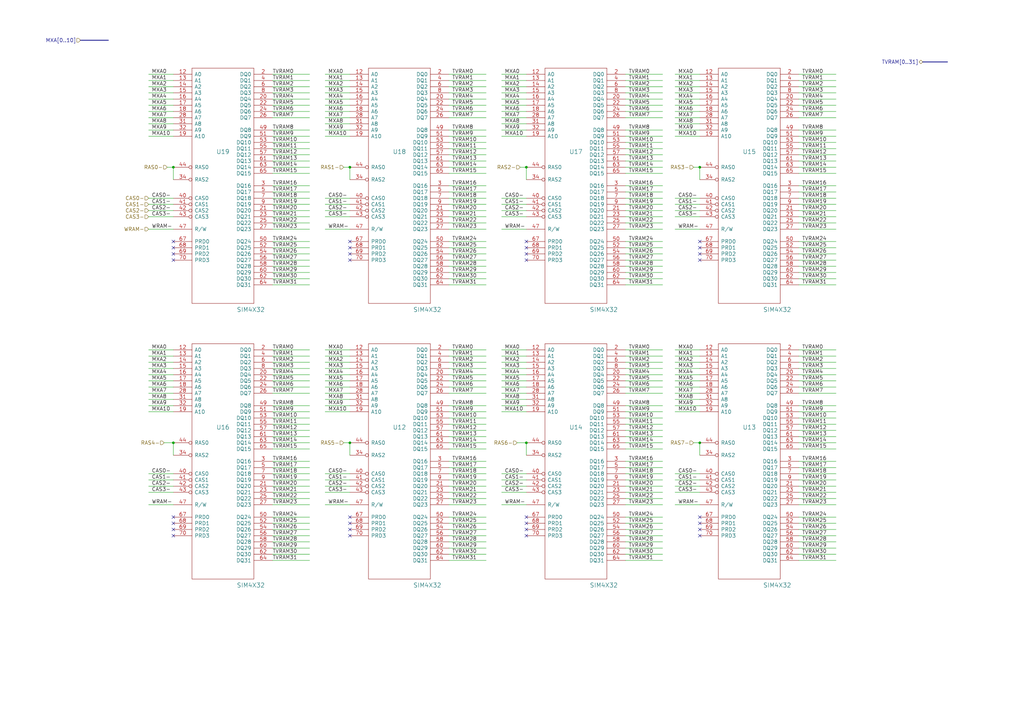
<source format=kicad_sch>
(kicad_sch (version 20210406) (generator eeschema)
  (paper "A3")
  (title_block (title "Kicad EDA") (date "Sun 22 Mar 2015") (rev "2.0B") (company "Kicad EDA") (comment 1 "Rams Video"))
  (junction (at 71.12 68.58) (diameter 0.9144))
  (junction (at 71.12 181.61) (diameter 0.9144))
  (junction (at 143.51 68.58) (diameter 0.9144))
  (junction (at 143.51 181.61) (diameter 0.9144))
  (junction (at 215.9 68.58) (diameter 0.9144))
  (junction (at 215.9 181.61) (diameter 0.9144))
  (junction (at 287.02 68.58) (diameter 0.9144))
  (junction (at 287.02 181.61) (diameter 0.9144))
  (no_connect (at 71.12 99.06))
  (no_connect (at 71.12 101.6))
  (no_connect (at 71.12 104.14))
  (no_connect (at 71.12 106.68))
  (no_connect (at 71.12 212.09))
  (no_connect (at 71.12 214.63))
  (no_connect (at 71.12 217.17))
  (no_connect (at 71.12 219.71))
  (no_connect (at 143.51 99.06))
  (no_connect (at 143.51 101.6))
  (no_connect (at 143.51 104.14))
  (no_connect (at 143.51 106.68))
  (no_connect (at 143.51 212.09))
  (no_connect (at 143.51 214.63))
  (no_connect (at 143.51 217.17))
  (no_connect (at 143.51 219.71))
  (no_connect (at 215.9 99.06))
  (no_connect (at 215.9 101.6))
  (no_connect (at 215.9 104.14))
  (no_connect (at 215.9 106.68))
  (no_connect (at 215.9 212.09))
  (no_connect (at 215.9 214.63))
  (no_connect (at 215.9 217.17))
  (no_connect (at 215.9 219.71))
  (no_connect (at 287.02 99.06))
  (no_connect (at 287.02 101.6))
  (no_connect (at 287.02 104.14))
  (no_connect (at 287.02 106.68))
  (no_connect (at 287.02 212.09))
  (no_connect (at 287.02 214.63))
  (no_connect (at 287.02 217.17))
  (no_connect (at 287.02 219.71))
  (wire (pts (xy 67.31 181.61) (xy 71.12 181.61)))
  (wire (pts (xy 68.58 68.58) (xy 71.12 68.58)))
  (wire (pts (xy 71.12 30.48) (xy 60.96 30.48)))
  (wire (pts (xy 71.12 33.02) (xy 60.96 33.02)))
  (wire (pts (xy 71.12 35.56) (xy 60.96 35.56)))
  (wire (pts (xy 71.12 38.1) (xy 60.96 38.1)))
  (wire (pts (xy 71.12 40.64) (xy 60.96 40.64)))
  (wire (pts (xy 71.12 43.18) (xy 60.96 43.18)))
  (wire (pts (xy 71.12 45.72) (xy 60.96 45.72)))
  (wire (pts (xy 71.12 48.26) (xy 60.96 48.26)))
  (wire (pts (xy 71.12 50.8) (xy 60.96 50.8)))
  (wire (pts (xy 71.12 53.34) (xy 60.96 53.34)))
  (wire (pts (xy 71.12 55.88) (xy 60.96 55.88)))
  (wire (pts (xy 71.12 68.58) (xy 71.12 73.66)))
  (wire (pts (xy 71.12 81.28) (xy 60.96 81.28)))
  (wire (pts (xy 71.12 83.82) (xy 60.96 83.82)))
  (wire (pts (xy 71.12 86.36) (xy 60.96 86.36)))
  (wire (pts (xy 71.12 88.9) (xy 60.96 88.9)))
  (wire (pts (xy 71.12 93.98) (xy 60.96 93.98)))
  (wire (pts (xy 71.12 143.51) (xy 60.96 143.51)))
  (wire (pts (xy 71.12 146.05) (xy 60.96 146.05)))
  (wire (pts (xy 71.12 148.59) (xy 60.96 148.59)))
  (wire (pts (xy 71.12 151.13) (xy 60.96 151.13)))
  (wire (pts (xy 71.12 153.67) (xy 60.96 153.67)))
  (wire (pts (xy 71.12 156.21) (xy 60.96 156.21)))
  (wire (pts (xy 71.12 158.75) (xy 60.96 158.75)))
  (wire (pts (xy 71.12 161.29) (xy 60.96 161.29)))
  (wire (pts (xy 71.12 163.83) (xy 60.96 163.83)))
  (wire (pts (xy 71.12 166.37) (xy 60.96 166.37)))
  (wire (pts (xy 71.12 168.91) (xy 60.96 168.91)))
  (wire (pts (xy 71.12 181.61) (xy 71.12 186.69)))
  (wire (pts (xy 71.12 194.31) (xy 60.96 194.31)))
  (wire (pts (xy 71.12 196.85) (xy 60.96 196.85)))
  (wire (pts (xy 71.12 199.39) (xy 60.96 199.39)))
  (wire (pts (xy 71.12 201.93) (xy 60.96 201.93)))
  (wire (pts (xy 71.12 207.01) (xy 60.96 207.01)))
  (wire (pts (xy 111.76 30.48) (xy 127 30.48)))
  (wire (pts (xy 111.76 33.02) (xy 127 33.02)))
  (wire (pts (xy 111.76 35.56) (xy 127 35.56)))
  (wire (pts (xy 111.76 38.1) (xy 127 38.1)))
  (wire (pts (xy 111.76 40.64) (xy 127 40.64)))
  (wire (pts (xy 111.76 43.18) (xy 127 43.18)))
  (wire (pts (xy 111.76 45.72) (xy 127 45.72)))
  (wire (pts (xy 111.76 48.26) (xy 127 48.26)))
  (wire (pts (xy 111.76 53.34) (xy 127 53.34)))
  (wire (pts (xy 111.76 55.88) (xy 127 55.88)))
  (wire (pts (xy 111.76 58.42) (xy 127 58.42)))
  (wire (pts (xy 111.76 60.96) (xy 127 60.96)))
  (wire (pts (xy 111.76 63.5) (xy 127 63.5)))
  (wire (pts (xy 111.76 66.04) (xy 127 66.04)))
  (wire (pts (xy 111.76 68.58) (xy 127 68.58)))
  (wire (pts (xy 111.76 71.12) (xy 127 71.12)))
  (wire (pts (xy 111.76 76.2) (xy 127 76.2)))
  (wire (pts (xy 111.76 78.74) (xy 127 78.74)))
  (wire (pts (xy 111.76 81.28) (xy 127 81.28)))
  (wire (pts (xy 111.76 83.82) (xy 127 83.82)))
  (wire (pts (xy 111.76 86.36) (xy 127 86.36)))
  (wire (pts (xy 111.76 88.9) (xy 127 88.9)))
  (wire (pts (xy 111.76 91.44) (xy 127 91.44)))
  (wire (pts (xy 111.76 93.98) (xy 127 93.98)))
  (wire (pts (xy 111.76 99.06) (xy 127 99.06)))
  (wire (pts (xy 111.76 101.6) (xy 127 101.6)))
  (wire (pts (xy 111.76 104.14) (xy 127 104.14)))
  (wire (pts (xy 111.76 106.68) (xy 127 106.68)))
  (wire (pts (xy 111.76 109.22) (xy 127 109.22)))
  (wire (pts (xy 111.76 111.76) (xy 127 111.76)))
  (wire (pts (xy 111.76 114.3) (xy 127 114.3)))
  (wire (pts (xy 111.76 116.84) (xy 127 116.84)))
  (wire (pts (xy 111.76 143.51) (xy 127 143.51)))
  (wire (pts (xy 111.76 146.05) (xy 127 146.05)))
  (wire (pts (xy 111.76 148.59) (xy 127 148.59)))
  (wire (pts (xy 111.76 151.13) (xy 127 151.13)))
  (wire (pts (xy 111.76 153.67) (xy 127 153.67)))
  (wire (pts (xy 111.76 156.21) (xy 127 156.21)))
  (wire (pts (xy 111.76 158.75) (xy 127 158.75)))
  (wire (pts (xy 111.76 161.29) (xy 127 161.29)))
  (wire (pts (xy 111.76 166.37) (xy 127 166.37)))
  (wire (pts (xy 111.76 168.91) (xy 127 168.91)))
  (wire (pts (xy 111.76 171.45) (xy 127 171.45)))
  (wire (pts (xy 111.76 173.99) (xy 127 173.99)))
  (wire (pts (xy 111.76 176.53) (xy 127 176.53)))
  (wire (pts (xy 111.76 179.07) (xy 127 179.07)))
  (wire (pts (xy 111.76 181.61) (xy 127 181.61)))
  (wire (pts (xy 111.76 184.15) (xy 127 184.15)))
  (wire (pts (xy 111.76 189.23) (xy 127 189.23)))
  (wire (pts (xy 111.76 191.77) (xy 127 191.77)))
  (wire (pts (xy 111.76 194.31) (xy 127 194.31)))
  (wire (pts (xy 111.76 196.85) (xy 127 196.85)))
  (wire (pts (xy 111.76 199.39) (xy 127 199.39)))
  (wire (pts (xy 111.76 201.93) (xy 127 201.93)))
  (wire (pts (xy 111.76 204.47) (xy 127 204.47)))
  (wire (pts (xy 111.76 207.01) (xy 127 207.01)))
  (wire (pts (xy 111.76 212.09) (xy 127 212.09)))
  (wire (pts (xy 111.76 214.63) (xy 127 214.63)))
  (wire (pts (xy 111.76 217.17) (xy 127 217.17)))
  (wire (pts (xy 111.76 219.71) (xy 127 219.71)))
  (wire (pts (xy 111.76 222.25) (xy 127 222.25)))
  (wire (pts (xy 111.76 224.79) (xy 127 224.79)))
  (wire (pts (xy 111.76 227.33) (xy 127 227.33)))
  (wire (pts (xy 111.76 229.87) (xy 127 229.87)))
  (wire (pts (xy 140.97 68.58) (xy 143.51 68.58)))
  (wire (pts (xy 140.97 181.61) (xy 143.51 181.61)))
  (wire (pts (xy 143.51 30.48) (xy 133.35 30.48)))
  (wire (pts (xy 143.51 33.02) (xy 133.35 33.02)))
  (wire (pts (xy 143.51 35.56) (xy 133.35 35.56)))
  (wire (pts (xy 143.51 38.1) (xy 133.35 38.1)))
  (wire (pts (xy 143.51 40.64) (xy 133.35 40.64)))
  (wire (pts (xy 143.51 43.18) (xy 133.35 43.18)))
  (wire (pts (xy 143.51 45.72) (xy 133.35 45.72)))
  (wire (pts (xy 143.51 48.26) (xy 133.35 48.26)))
  (wire (pts (xy 143.51 50.8) (xy 133.35 50.8)))
  (wire (pts (xy 143.51 53.34) (xy 133.35 53.34)))
  (wire (pts (xy 143.51 55.88) (xy 133.35 55.88)))
  (wire (pts (xy 143.51 68.58) (xy 143.51 73.66)))
  (wire (pts (xy 143.51 81.28) (xy 133.35 81.28)))
  (wire (pts (xy 143.51 83.82) (xy 133.35 83.82)))
  (wire (pts (xy 143.51 86.36) (xy 133.35 86.36)))
  (wire (pts (xy 143.51 88.9) (xy 133.35 88.9)))
  (wire (pts (xy 143.51 93.98) (xy 133.35 93.98)))
  (wire (pts (xy 143.51 143.51) (xy 133.35 143.51)))
  (wire (pts (xy 143.51 146.05) (xy 133.35 146.05)))
  (wire (pts (xy 143.51 148.59) (xy 133.35 148.59)))
  (wire (pts (xy 143.51 151.13) (xy 133.35 151.13)))
  (wire (pts (xy 143.51 153.67) (xy 133.35 153.67)))
  (wire (pts (xy 143.51 156.21) (xy 133.35 156.21)))
  (wire (pts (xy 143.51 158.75) (xy 133.35 158.75)))
  (wire (pts (xy 143.51 161.29) (xy 133.35 161.29)))
  (wire (pts (xy 143.51 163.83) (xy 133.35 163.83)))
  (wire (pts (xy 143.51 166.37) (xy 133.35 166.37)))
  (wire (pts (xy 143.51 168.91) (xy 133.35 168.91)))
  (wire (pts (xy 143.51 181.61) (xy 143.51 186.69)))
  (wire (pts (xy 143.51 194.31) (xy 133.35 194.31)))
  (wire (pts (xy 143.51 196.85) (xy 133.35 196.85)))
  (wire (pts (xy 143.51 199.39) (xy 133.35 199.39)))
  (wire (pts (xy 143.51 201.93) (xy 133.35 201.93)))
  (wire (pts (xy 143.51 207.01) (xy 133.35 207.01)))
  (wire (pts (xy 184.15 30.48) (xy 199.39 30.48)))
  (wire (pts (xy 184.15 33.02) (xy 199.39 33.02)))
  (wire (pts (xy 184.15 35.56) (xy 199.39 35.56)))
  (wire (pts (xy 184.15 38.1) (xy 199.39 38.1)))
  (wire (pts (xy 184.15 40.64) (xy 199.39 40.64)))
  (wire (pts (xy 184.15 43.18) (xy 199.39 43.18)))
  (wire (pts (xy 184.15 45.72) (xy 199.39 45.72)))
  (wire (pts (xy 184.15 48.26) (xy 199.39 48.26)))
  (wire (pts (xy 184.15 53.34) (xy 199.39 53.34)))
  (wire (pts (xy 184.15 55.88) (xy 199.39 55.88)))
  (wire (pts (xy 184.15 58.42) (xy 199.39 58.42)))
  (wire (pts (xy 184.15 60.96) (xy 199.39 60.96)))
  (wire (pts (xy 184.15 63.5) (xy 199.39 63.5)))
  (wire (pts (xy 184.15 66.04) (xy 199.39 66.04)))
  (wire (pts (xy 184.15 68.58) (xy 199.39 68.58)))
  (wire (pts (xy 184.15 71.12) (xy 199.39 71.12)))
  (wire (pts (xy 184.15 76.2) (xy 199.39 76.2)))
  (wire (pts (xy 184.15 78.74) (xy 199.39 78.74)))
  (wire (pts (xy 184.15 81.28) (xy 199.39 81.28)))
  (wire (pts (xy 184.15 83.82) (xy 199.39 83.82)))
  (wire (pts (xy 184.15 86.36) (xy 199.39 86.36)))
  (wire (pts (xy 184.15 88.9) (xy 199.39 88.9)))
  (wire (pts (xy 184.15 91.44) (xy 199.39 91.44)))
  (wire (pts (xy 184.15 93.98) (xy 199.39 93.98)))
  (wire (pts (xy 184.15 99.06) (xy 199.39 99.06)))
  (wire (pts (xy 184.15 101.6) (xy 199.39 101.6)))
  (wire (pts (xy 184.15 104.14) (xy 199.39 104.14)))
  (wire (pts (xy 184.15 106.68) (xy 199.39 106.68)))
  (wire (pts (xy 184.15 109.22) (xy 199.39 109.22)))
  (wire (pts (xy 184.15 111.76) (xy 199.39 111.76)))
  (wire (pts (xy 184.15 114.3) (xy 199.39 114.3)))
  (wire (pts (xy 184.15 116.84) (xy 199.39 116.84)))
  (wire (pts (xy 184.15 143.51) (xy 199.39 143.51)))
  (wire (pts (xy 184.15 146.05) (xy 199.39 146.05)))
  (wire (pts (xy 184.15 148.59) (xy 199.39 148.59)))
  (wire (pts (xy 184.15 151.13) (xy 199.39 151.13)))
  (wire (pts (xy 184.15 153.67) (xy 199.39 153.67)))
  (wire (pts (xy 184.15 156.21) (xy 199.39 156.21)))
  (wire (pts (xy 184.15 158.75) (xy 199.39 158.75)))
  (wire (pts (xy 184.15 161.29) (xy 199.39 161.29)))
  (wire (pts (xy 184.15 166.37) (xy 199.39 166.37)))
  (wire (pts (xy 184.15 168.91) (xy 199.39 168.91)))
  (wire (pts (xy 184.15 171.45) (xy 199.39 171.45)))
  (wire (pts (xy 184.15 173.99) (xy 199.39 173.99)))
  (wire (pts (xy 184.15 176.53) (xy 199.39 176.53)))
  (wire (pts (xy 184.15 179.07) (xy 199.39 179.07)))
  (wire (pts (xy 184.15 181.61) (xy 199.39 181.61)))
  (wire (pts (xy 184.15 184.15) (xy 199.39 184.15)))
  (wire (pts (xy 184.15 189.23) (xy 199.39 189.23)))
  (wire (pts (xy 184.15 191.77) (xy 199.39 191.77)))
  (wire (pts (xy 184.15 194.31) (xy 199.39 194.31)))
  (wire (pts (xy 184.15 196.85) (xy 199.39 196.85)))
  (wire (pts (xy 184.15 199.39) (xy 199.39 199.39)))
  (wire (pts (xy 184.15 201.93) (xy 199.39 201.93)))
  (wire (pts (xy 184.15 204.47) (xy 199.39 204.47)))
  (wire (pts (xy 184.15 207.01) (xy 199.39 207.01)))
  (wire (pts (xy 184.15 212.09) (xy 199.39 212.09)))
  (wire (pts (xy 184.15 214.63) (xy 199.39 214.63)))
  (wire (pts (xy 184.15 217.17) (xy 199.39 217.17)))
  (wire (pts (xy 184.15 219.71) (xy 199.39 219.71)))
  (wire (pts (xy 184.15 222.25) (xy 199.39 222.25)))
  (wire (pts (xy 184.15 224.79) (xy 199.39 224.79)))
  (wire (pts (xy 184.15 227.33) (xy 199.39 227.33)))
  (wire (pts (xy 184.15 229.87) (xy 199.39 229.87)))
  (wire (pts (xy 212.09 181.61) (xy 215.9 181.61)))
  (wire (pts (xy 213.36 68.58) (xy 215.9 68.58)))
  (wire (pts (xy 215.9 30.48) (xy 205.74 30.48)))
  (wire (pts (xy 215.9 33.02) (xy 205.74 33.02)))
  (wire (pts (xy 215.9 35.56) (xy 205.74 35.56)))
  (wire (pts (xy 215.9 38.1) (xy 205.74 38.1)))
  (wire (pts (xy 215.9 40.64) (xy 205.74 40.64)))
  (wire (pts (xy 215.9 43.18) (xy 205.74 43.18)))
  (wire (pts (xy 215.9 45.72) (xy 205.74 45.72)))
  (wire (pts (xy 215.9 48.26) (xy 205.74 48.26)))
  (wire (pts (xy 215.9 50.8) (xy 205.74 50.8)))
  (wire (pts (xy 215.9 53.34) (xy 205.74 53.34)))
  (wire (pts (xy 215.9 55.88) (xy 205.74 55.88)))
  (wire (pts (xy 215.9 68.58) (xy 215.9 73.66)))
  (wire (pts (xy 215.9 81.28) (xy 205.74 81.28)))
  (wire (pts (xy 215.9 83.82) (xy 205.74 83.82)))
  (wire (pts (xy 215.9 86.36) (xy 205.74 86.36)))
  (wire (pts (xy 215.9 88.9) (xy 205.74 88.9)))
  (wire (pts (xy 215.9 93.98) (xy 205.74 93.98)))
  (wire (pts (xy 215.9 143.51) (xy 205.74 143.51)))
  (wire (pts (xy 215.9 146.05) (xy 205.74 146.05)))
  (wire (pts (xy 215.9 148.59) (xy 205.74 148.59)))
  (wire (pts (xy 215.9 151.13) (xy 205.74 151.13)))
  (wire (pts (xy 215.9 153.67) (xy 205.74 153.67)))
  (wire (pts (xy 215.9 156.21) (xy 205.74 156.21)))
  (wire (pts (xy 215.9 158.75) (xy 205.74 158.75)))
  (wire (pts (xy 215.9 161.29) (xy 205.74 161.29)))
  (wire (pts (xy 215.9 163.83) (xy 205.74 163.83)))
  (wire (pts (xy 215.9 166.37) (xy 205.74 166.37)))
  (wire (pts (xy 215.9 168.91) (xy 205.74 168.91)))
  (wire (pts (xy 215.9 181.61) (xy 215.9 186.69)))
  (wire (pts (xy 215.9 194.31) (xy 205.74 194.31)))
  (wire (pts (xy 215.9 196.85) (xy 205.74 196.85)))
  (wire (pts (xy 215.9 199.39) (xy 205.74 199.39)))
  (wire (pts (xy 215.9 201.93) (xy 205.74 201.93)))
  (wire (pts (xy 215.9 207.01) (xy 205.74 207.01)))
  (wire (pts (xy 256.54 30.48) (xy 271.78 30.48)))
  (wire (pts (xy 256.54 33.02) (xy 271.78 33.02)))
  (wire (pts (xy 256.54 35.56) (xy 271.78 35.56)))
  (wire (pts (xy 256.54 38.1) (xy 271.78 38.1)))
  (wire (pts (xy 256.54 40.64) (xy 271.78 40.64)))
  (wire (pts (xy 256.54 43.18) (xy 271.78 43.18)))
  (wire (pts (xy 256.54 45.72) (xy 271.78 45.72)))
  (wire (pts (xy 256.54 48.26) (xy 271.78 48.26)))
  (wire (pts (xy 256.54 53.34) (xy 271.78 53.34)))
  (wire (pts (xy 256.54 55.88) (xy 271.78 55.88)))
  (wire (pts (xy 256.54 58.42) (xy 271.78 58.42)))
  (wire (pts (xy 256.54 60.96) (xy 271.78 60.96)))
  (wire (pts (xy 256.54 63.5) (xy 271.78 63.5)))
  (wire (pts (xy 256.54 66.04) (xy 271.78 66.04)))
  (wire (pts (xy 256.54 68.58) (xy 271.78 68.58)))
  (wire (pts (xy 256.54 71.12) (xy 271.78 71.12)))
  (wire (pts (xy 256.54 76.2) (xy 271.78 76.2)))
  (wire (pts (xy 256.54 78.74) (xy 271.78 78.74)))
  (wire (pts (xy 256.54 81.28) (xy 271.78 81.28)))
  (wire (pts (xy 256.54 83.82) (xy 271.78 83.82)))
  (wire (pts (xy 256.54 86.36) (xy 271.78 86.36)))
  (wire (pts (xy 256.54 88.9) (xy 271.78 88.9)))
  (wire (pts (xy 256.54 91.44) (xy 271.78 91.44)))
  (wire (pts (xy 256.54 93.98) (xy 271.78 93.98)))
  (wire (pts (xy 256.54 99.06) (xy 271.78 99.06)))
  (wire (pts (xy 256.54 101.6) (xy 271.78 101.6)))
  (wire (pts (xy 256.54 104.14) (xy 271.78 104.14)))
  (wire (pts (xy 256.54 106.68) (xy 271.78 106.68)))
  (wire (pts (xy 256.54 109.22) (xy 271.78 109.22)))
  (wire (pts (xy 256.54 111.76) (xy 271.78 111.76)))
  (wire (pts (xy 256.54 114.3) (xy 271.78 114.3)))
  (wire (pts (xy 256.54 116.84) (xy 271.78 116.84)))
  (wire (pts (xy 256.54 143.51) (xy 271.78 143.51)))
  (wire (pts (xy 256.54 146.05) (xy 271.78 146.05)))
  (wire (pts (xy 256.54 148.59) (xy 271.78 148.59)))
  (wire (pts (xy 256.54 151.13) (xy 271.78 151.13)))
  (wire (pts (xy 256.54 153.67) (xy 271.78 153.67)))
  (wire (pts (xy 256.54 156.21) (xy 271.78 156.21)))
  (wire (pts (xy 256.54 158.75) (xy 271.78 158.75)))
  (wire (pts (xy 256.54 161.29) (xy 271.78 161.29)))
  (wire (pts (xy 256.54 166.37) (xy 271.78 166.37)))
  (wire (pts (xy 256.54 168.91) (xy 271.78 168.91)))
  (wire (pts (xy 256.54 171.45) (xy 271.78 171.45)))
  (wire (pts (xy 256.54 173.99) (xy 271.78 173.99)))
  (wire (pts (xy 256.54 176.53) (xy 271.78 176.53)))
  (wire (pts (xy 256.54 179.07) (xy 271.78 179.07)))
  (wire (pts (xy 256.54 181.61) (xy 271.78 181.61)))
  (wire (pts (xy 256.54 184.15) (xy 271.78 184.15)))
  (wire (pts (xy 256.54 189.23) (xy 271.78 189.23)))
  (wire (pts (xy 256.54 191.77) (xy 271.78 191.77)))
  (wire (pts (xy 256.54 194.31) (xy 271.78 194.31)))
  (wire (pts (xy 256.54 196.85) (xy 271.78 196.85)))
  (wire (pts (xy 256.54 199.39) (xy 271.78 199.39)))
  (wire (pts (xy 256.54 201.93) (xy 271.78 201.93)))
  (wire (pts (xy 256.54 204.47) (xy 271.78 204.47)))
  (wire (pts (xy 256.54 207.01) (xy 271.78 207.01)))
  (wire (pts (xy 256.54 212.09) (xy 271.78 212.09)))
  (wire (pts (xy 256.54 214.63) (xy 271.78 214.63)))
  (wire (pts (xy 256.54 217.17) (xy 271.78 217.17)))
  (wire (pts (xy 256.54 219.71) (xy 271.78 219.71)))
  (wire (pts (xy 256.54 222.25) (xy 271.78 222.25)))
  (wire (pts (xy 256.54 224.79) (xy 271.78 224.79)))
  (wire (pts (xy 256.54 227.33) (xy 271.78 227.33)))
  (wire (pts (xy 256.54 229.87) (xy 271.78 229.87)))
  (wire (pts (xy 284.48 68.58) (xy 287.02 68.58)))
  (wire (pts (xy 284.48 181.61) (xy 287.02 181.61)))
  (wire (pts (xy 287.02 30.48) (xy 276.86 30.48)))
  (wire (pts (xy 287.02 33.02) (xy 276.86 33.02)))
  (wire (pts (xy 287.02 35.56) (xy 276.86 35.56)))
  (wire (pts (xy 287.02 38.1) (xy 276.86 38.1)))
  (wire (pts (xy 287.02 40.64) (xy 276.86 40.64)))
  (wire (pts (xy 287.02 43.18) (xy 276.86 43.18)))
  (wire (pts (xy 287.02 45.72) (xy 276.86 45.72)))
  (wire (pts (xy 287.02 48.26) (xy 276.86 48.26)))
  (wire (pts (xy 287.02 50.8) (xy 276.86 50.8)))
  (wire (pts (xy 287.02 53.34) (xy 276.86 53.34)))
  (wire (pts (xy 287.02 55.88) (xy 276.86 55.88)))
  (wire (pts (xy 287.02 68.58) (xy 287.02 73.66)))
  (wire (pts (xy 287.02 81.28) (xy 276.86 81.28)))
  (wire (pts (xy 287.02 83.82) (xy 276.86 83.82)))
  (wire (pts (xy 287.02 86.36) (xy 276.86 86.36)))
  (wire (pts (xy 287.02 88.9) (xy 276.86 88.9)))
  (wire (pts (xy 287.02 93.98) (xy 276.86 93.98)))
  (wire (pts (xy 287.02 143.51) (xy 276.86 143.51)))
  (wire (pts (xy 287.02 146.05) (xy 276.86 146.05)))
  (wire (pts (xy 287.02 148.59) (xy 276.86 148.59)))
  (wire (pts (xy 287.02 151.13) (xy 276.86 151.13)))
  (wire (pts (xy 287.02 153.67) (xy 276.86 153.67)))
  (wire (pts (xy 287.02 156.21) (xy 276.86 156.21)))
  (wire (pts (xy 287.02 158.75) (xy 276.86 158.75)))
  (wire (pts (xy 287.02 161.29) (xy 276.86 161.29)))
  (wire (pts (xy 287.02 163.83) (xy 276.86 163.83)))
  (wire (pts (xy 287.02 166.37) (xy 276.86 166.37)))
  (wire (pts (xy 287.02 168.91) (xy 276.86 168.91)))
  (wire (pts (xy 287.02 181.61) (xy 287.02 186.69)))
  (wire (pts (xy 287.02 194.31) (xy 276.86 194.31)))
  (wire (pts (xy 287.02 196.85) (xy 276.86 196.85)))
  (wire (pts (xy 287.02 199.39) (xy 276.86 199.39)))
  (wire (pts (xy 287.02 201.93) (xy 276.86 201.93)))
  (wire (pts (xy 287.02 207.01) (xy 276.86 207.01)))
  (wire (pts (xy 327.66 30.48) (xy 342.9 30.48)))
  (wire (pts (xy 327.66 33.02) (xy 342.9 33.02)))
  (wire (pts (xy 327.66 35.56) (xy 342.9 35.56)))
  (wire (pts (xy 327.66 38.1) (xy 342.9 38.1)))
  (wire (pts (xy 327.66 40.64) (xy 342.9 40.64)))
  (wire (pts (xy 327.66 43.18) (xy 342.9 43.18)))
  (wire (pts (xy 327.66 45.72) (xy 342.9 45.72)))
  (wire (pts (xy 327.66 48.26) (xy 342.9 48.26)))
  (wire (pts (xy 327.66 53.34) (xy 342.9 53.34)))
  (wire (pts (xy 327.66 55.88) (xy 342.9 55.88)))
  (wire (pts (xy 327.66 58.42) (xy 342.9 58.42)))
  (wire (pts (xy 327.66 60.96) (xy 342.9 60.96)))
  (wire (pts (xy 327.66 63.5) (xy 342.9 63.5)))
  (wire (pts (xy 327.66 66.04) (xy 342.9 66.04)))
  (wire (pts (xy 327.66 68.58) (xy 342.9 68.58)))
  (wire (pts (xy 327.66 71.12) (xy 342.9 71.12)))
  (wire (pts (xy 327.66 76.2) (xy 342.9 76.2)))
  (wire (pts (xy 327.66 78.74) (xy 342.9 78.74)))
  (wire (pts (xy 327.66 81.28) (xy 342.9 81.28)))
  (wire (pts (xy 327.66 83.82) (xy 342.9 83.82)))
  (wire (pts (xy 327.66 86.36) (xy 342.9 86.36)))
  (wire (pts (xy 327.66 88.9) (xy 342.9 88.9)))
  (wire (pts (xy 327.66 91.44) (xy 342.9 91.44)))
  (wire (pts (xy 327.66 93.98) (xy 342.9 93.98)))
  (wire (pts (xy 327.66 99.06) (xy 342.9 99.06)))
  (wire (pts (xy 327.66 101.6) (xy 342.9 101.6)))
  (wire (pts (xy 327.66 104.14) (xy 342.9 104.14)))
  (wire (pts (xy 327.66 106.68) (xy 342.9 106.68)))
  (wire (pts (xy 327.66 109.22) (xy 342.9 109.22)))
  (wire (pts (xy 327.66 111.76) (xy 342.9 111.76)))
  (wire (pts (xy 327.66 114.3) (xy 342.9 114.3)))
  (wire (pts (xy 327.66 116.84) (xy 342.9 116.84)))
  (wire (pts (xy 327.66 143.51) (xy 342.9 143.51)))
  (wire (pts (xy 327.66 146.05) (xy 342.9 146.05)))
  (wire (pts (xy 327.66 148.59) (xy 342.9 148.59)))
  (wire (pts (xy 327.66 151.13) (xy 342.9 151.13)))
  (wire (pts (xy 327.66 153.67) (xy 342.9 153.67)))
  (wire (pts (xy 327.66 156.21) (xy 342.9 156.21)))
  (wire (pts (xy 327.66 158.75) (xy 342.9 158.75)))
  (wire (pts (xy 327.66 161.29) (xy 342.9 161.29)))
  (wire (pts (xy 327.66 166.37) (xy 342.9 166.37)))
  (wire (pts (xy 327.66 168.91) (xy 342.9 168.91)))
  (wire (pts (xy 327.66 171.45) (xy 342.9 171.45)))
  (wire (pts (xy 327.66 173.99) (xy 342.9 173.99)))
  (wire (pts (xy 327.66 176.53) (xy 342.9 176.53)))
  (wire (pts (xy 327.66 179.07) (xy 342.9 179.07)))
  (wire (pts (xy 327.66 181.61) (xy 342.9 181.61)))
  (wire (pts (xy 327.66 184.15) (xy 342.9 184.15)))
  (wire (pts (xy 327.66 189.23) (xy 342.9 189.23)))
  (wire (pts (xy 327.66 191.77) (xy 342.9 191.77)))
  (wire (pts (xy 327.66 194.31) (xy 342.9 194.31)))
  (wire (pts (xy 327.66 196.85) (xy 342.9 196.85)))
  (wire (pts (xy 327.66 199.39) (xy 342.9 199.39)))
  (wire (pts (xy 327.66 201.93) (xy 342.9 201.93)))
  (wire (pts (xy 327.66 204.47) (xy 342.9 204.47)))
  (wire (pts (xy 327.66 207.01) (xy 342.9 207.01)))
  (wire (pts (xy 327.66 212.09) (xy 342.9 212.09)))
  (wire (pts (xy 327.66 214.63) (xy 342.9 214.63)))
  (wire (pts (xy 327.66 217.17) (xy 342.9 217.17)))
  (wire (pts (xy 327.66 219.71) (xy 342.9 219.71)))
  (wire (pts (xy 327.66 222.25) (xy 342.9 222.25)))
  (wire (pts (xy 327.66 224.79) (xy 342.9 224.79)))
  (wire (pts (xy 327.66 227.33) (xy 342.9 227.33)))
  (wire (pts (xy 327.66 229.87) (xy 342.9 229.87)))
  (bus (pts (xy 33.02 16.51) (xy 44.45 16.51)))
  (bus (pts (xy 378.46 25.4) (xy 388.62 25.4)))
  (label "MXA0" (at 62.23 30.48 0) (effects (font (size 1.524 1.524))))
  (label "MXA1" (at 62.23 33.02 0) (effects (font (size 1.524 1.524))))
  (label "MXA2" (at 62.23 35.56 0) (effects (font (size 1.524 1.524))))
  (label "MXA3" (at 62.23 38.1 0) (effects (font (size 1.524 1.524))))
  (label "MXA4" (at 62.23 40.64 0) (effects (font (size 1.524 1.524))))
  (label "MXA5" (at 62.23 43.18 0) (effects (font (size 1.524 1.524))))
  (label "MXA6" (at 62.23 45.72 0) (effects (font (size 1.524 1.524))))
  (label "MXA7" (at 62.23 48.26 0) (effects (font (size 1.524 1.524))))
  (label "MXA8" (at 62.23 50.8 0) (effects (font (size 1.524 1.524))))
  (label "MXA9" (at 62.23 53.34 0) (effects (font (size 1.524 1.524))))
  (label "MXA10" (at 62.23 55.88 0) (effects (font (size 1.524 1.524))))
  (label "CAS0-" (at 62.23 81.28 0) (effects (font (size 1.524 1.524))))
  (label "CAS1-" (at 62.23 83.82 0) (effects (font (size 1.524 1.524))))
  (label "CAS2-" (at 62.23 86.36 0) (effects (font (size 1.524 1.524))))
  (label "CAS3-" (at 62.23 88.9 0) (effects (font (size 1.524 1.524))))
  (label "WRAM-" (at 62.23 93.98 0) (effects (font (size 1.524 1.524))))
  (label "MXA0" (at 62.23 143.51 0) (effects (font (size 1.524 1.524))))
  (label "MXA1" (at 62.23 146.05 0) (effects (font (size 1.524 1.524))))
  (label "MXA2" (at 62.23 148.59 0) (effects (font (size 1.524 1.524))))
  (label "MXA3" (at 62.23 151.13 0) (effects (font (size 1.524 1.524))))
  (label "MXA4" (at 62.23 153.67 0) (effects (font (size 1.524 1.524))))
  (label "MXA5" (at 62.23 156.21 0) (effects (font (size 1.524 1.524))))
  (label "MXA6" (at 62.23 158.75 0) (effects (font (size 1.524 1.524))))
  (label "MXA7" (at 62.23 161.29 0) (effects (font (size 1.524 1.524))))
  (label "MXA8" (at 62.23 163.83 0) (effects (font (size 1.524 1.524))))
  (label "MXA9" (at 62.23 166.37 0) (effects (font (size 1.524 1.524))))
  (label "MXA10" (at 62.23 168.91 0) (effects (font (size 1.524 1.524))))
  (label "CAS0-" (at 62.23 194.31 0) (effects (font (size 1.524 1.524))))
  (label "CAS1-" (at 62.23 196.85 0) (effects (font (size 1.524 1.524))))
  (label "CAS2-" (at 62.23 199.39 0) (effects (font (size 1.524 1.524))))
  (label "CAS3-" (at 62.23 201.93 0) (effects (font (size 1.524 1.524))))
  (label "WRAM-" (at 62.23 207.01 0) (effects (font (size 1.524 1.524))))
  (label "TVRAM0" (at 111.76 30.48 0) (effects (font (size 1.524 1.524))))
  (label "TVRAM1" (at 111.76 33.02 0) (effects (font (size 1.524 1.524))))
  (label "TVRAM2" (at 111.76 35.56 0) (effects (font (size 1.524 1.524))))
  (label "TVRAM3" (at 111.76 38.1 0) (effects (font (size 1.524 1.524))))
  (label "TVRAM4" (at 111.76 40.64 0) (effects (font (size 1.524 1.524))))
  (label "TVRAM5" (at 111.76 43.18 0) (effects (font (size 1.524 1.524))))
  (label "TVRAM6" (at 111.76 45.72 0) (effects (font (size 1.524 1.524))))
  (label "TVRAM7" (at 111.76 48.26 0) (effects (font (size 1.524 1.524))))
  (label "TVRAM8" (at 111.76 53.34 0) (effects (font (size 1.524 1.524))))
  (label "TVRAM9" (at 111.76 55.88 0) (effects (font (size 1.524 1.524))))
  (label "TVRAM10" (at 111.76 58.42 0) (effects (font (size 1.524 1.524))))
  (label "TVRAM11" (at 111.76 60.96 0) (effects (font (size 1.524 1.524))))
  (label "TVRAM12" (at 111.76 63.5 0) (effects (font (size 1.524 1.524))))
  (label "TVRAM13" (at 111.76 66.04 0) (effects (font (size 1.524 1.524))))
  (label "TVRAM14" (at 111.76 68.58 0) (effects (font (size 1.524 1.524))))
  (label "TVRAM15" (at 111.76 71.12 0) (effects (font (size 1.524 1.524))))
  (label "TVRAM16" (at 111.76 76.2 0) (effects (font (size 1.524 1.524))))
  (label "TVRAM17" (at 111.76 78.74 0) (effects (font (size 1.524 1.524))))
  (label "TVRAM18" (at 111.76 81.28 0) (effects (font (size 1.524 1.524))))
  (label "TVRAM19" (at 111.76 83.82 0) (effects (font (size 1.524 1.524))))
  (label "TVRAM20" (at 111.76 86.36 0) (effects (font (size 1.524 1.524))))
  (label "TVRAM21" (at 111.76 88.9 0) (effects (font (size 1.524 1.524))))
  (label "TVRAM22" (at 111.76 91.44 0) (effects (font (size 1.524 1.524))))
  (label "TVRAM23" (at 111.76 93.98 0) (effects (font (size 1.524 1.524))))
  (label "TVRAM24" (at 111.76 99.06 0) (effects (font (size 1.524 1.524))))
  (label "TVRAM25" (at 111.76 101.6 0) (effects (font (size 1.524 1.524))))
  (label "TVRAM26" (at 111.76 104.14 0) (effects (font (size 1.524 1.524))))
  (label "TVRAM27" (at 111.76 106.68 0) (effects (font (size 1.524 1.524))))
  (label "TVRAM28" (at 111.76 109.22 0) (effects (font (size 1.524 1.524))))
  (label "TVRAM29" (at 111.76 111.76 0) (effects (font (size 1.524 1.524))))
  (label "TVRAM30" (at 111.76 114.3 0) (effects (font (size 1.524 1.524))))
  (label "TVRAM31" (at 111.76 116.84 0) (effects (font (size 1.524 1.524))))
  (label "TVRAM0" (at 111.76 143.51 0) (effects (font (size 1.524 1.524))))
  (label "TVRAM1" (at 111.76 146.05 0) (effects (font (size 1.524 1.524))))
  (label "TVRAM2" (at 111.76 148.59 0) (effects (font (size 1.524 1.524))))
  (label "TVRAM3" (at 111.76 151.13 0) (effects (font (size 1.524 1.524))))
  (label "TVRAM4" (at 111.76 153.67 0) (effects (font (size 1.524 1.524))))
  (label "TVRAM5" (at 111.76 156.21 0) (effects (font (size 1.524 1.524))))
  (label "TVRAM6" (at 111.76 158.75 0) (effects (font (size 1.524 1.524))))
  (label "TVRAM7" (at 111.76 161.29 0) (effects (font (size 1.524 1.524))))
  (label "TVRAM8" (at 111.76 166.37 0) (effects (font (size 1.524 1.524))))
  (label "TVRAM9" (at 111.76 168.91 0) (effects (font (size 1.524 1.524))))
  (label "TVRAM10" (at 111.76 171.45 0) (effects (font (size 1.524 1.524))))
  (label "TVRAM11" (at 111.76 173.99 0) (effects (font (size 1.524 1.524))))
  (label "TVRAM12" (at 111.76 176.53 0) (effects (font (size 1.524 1.524))))
  (label "TVRAM13" (at 111.76 179.07 0) (effects (font (size 1.524 1.524))))
  (label "TVRAM14" (at 111.76 181.61 0) (effects (font (size 1.524 1.524))))
  (label "TVRAM15" (at 111.76 184.15 0) (effects (font (size 1.524 1.524))))
  (label "TVRAM16" (at 111.76 189.23 0) (effects (font (size 1.524 1.524))))
  (label "TVRAM17" (at 111.76 191.77 0) (effects (font (size 1.524 1.524))))
  (label "TVRAM18" (at 111.76 194.31 0) (effects (font (size 1.524 1.524))))
  (label "TVRAM19" (at 111.76 196.85 0) (effects (font (size 1.524 1.524))))
  (label "TVRAM20" (at 111.76 199.39 0) (effects (font (size 1.524 1.524))))
  (label "TVRAM21" (at 111.76 201.93 0) (effects (font (size 1.524 1.524))))
  (label "TVRAM22" (at 111.76 204.47 0) (effects (font (size 1.524 1.524))))
  (label "TVRAM23" (at 111.76 207.01 0) (effects (font (size 1.524 1.524))))
  (label "TVRAM24" (at 111.76 212.09 0) (effects (font (size 1.524 1.524))))
  (label "TVRAM25" (at 111.76 214.63 0) (effects (font (size 1.524 1.524))))
  (label "TVRAM26" (at 111.76 217.17 0) (effects (font (size 1.524 1.524))))
  (label "TVRAM27" (at 111.76 219.71 0) (effects (font (size 1.524 1.524))))
  (label "TVRAM28" (at 111.76 222.25 0) (effects (font (size 1.524 1.524))))
  (label "TVRAM29" (at 111.76 224.79 0) (effects (font (size 1.524 1.524))))
  (label "TVRAM30" (at 111.76 227.33 0) (effects (font (size 1.524 1.524))))
  (label "TVRAM31" (at 111.76 229.87 0) (effects (font (size 1.524 1.524))))
  (label "MXA0" (at 134.62 30.48 0) (effects (font (size 1.524 1.524))))
  (label "MXA1" (at 134.62 33.02 0) (effects (font (size 1.524 1.524))))
  (label "MXA2" (at 134.62 35.56 0) (effects (font (size 1.524 1.524))))
  (label "MXA3" (at 134.62 38.1 0) (effects (font (size 1.524 1.524))))
  (label "MXA4" (at 134.62 40.64 0) (effects (font (size 1.524 1.524))))
  (label "MXA5" (at 134.62 43.18 0) (effects (font (size 1.524 1.524))))
  (label "MXA6" (at 134.62 45.72 0) (effects (font (size 1.524 1.524))))
  (label "MXA7" (at 134.62 48.26 0) (effects (font (size 1.524 1.524))))
  (label "MXA8" (at 134.62 50.8 0) (effects (font (size 1.524 1.524))))
  (label "MXA9" (at 134.62 53.34 0) (effects (font (size 1.524 1.524))))
  (label "MXA10" (at 134.62 55.88 0) (effects (font (size 1.524 1.524))))
  (label "CAS0-" (at 134.62 81.28 0) (effects (font (size 1.524 1.524))))
  (label "CAS1-" (at 134.62 83.82 0) (effects (font (size 1.524 1.524))))
  (label "CAS2-" (at 134.62 86.36 0) (effects (font (size 1.524 1.524))))
  (label "CAS3-" (at 134.62 88.9 0) (effects (font (size 1.524 1.524))))
  (label "WRAM-" (at 134.62 93.98 0) (effects (font (size 1.524 1.524))))
  (label "MXA0" (at 134.62 143.51 0) (effects (font (size 1.524 1.524))))
  (label "MXA1" (at 134.62 146.05 0) (effects (font (size 1.524 1.524))))
  (label "MXA2" (at 134.62 148.59 0) (effects (font (size 1.524 1.524))))
  (label "MXA3" (at 134.62 151.13 0) (effects (font (size 1.524 1.524))))
  (label "MXA4" (at 134.62 153.67 0) (effects (font (size 1.524 1.524))))
  (label "MXA5" (at 134.62 156.21 0) (effects (font (size 1.524 1.524))))
  (label "MXA6" (at 134.62 158.75 0) (effects (font (size 1.524 1.524))))
  (label "MXA7" (at 134.62 161.29 0) (effects (font (size 1.524 1.524))))
  (label "MXA8" (at 134.62 163.83 0) (effects (font (size 1.524 1.524))))
  (label "MXA9" (at 134.62 166.37 0) (effects (font (size 1.524 1.524))))
  (label "MXA10" (at 134.62 168.91 0) (effects (font (size 1.524 1.524))))
  (label "CAS0-" (at 134.62 194.31 0) (effects (font (size 1.524 1.524))))
  (label "CAS1-" (at 134.62 196.85 0) (effects (font (size 1.524 1.524))))
  (label "CAS2-" (at 134.62 199.39 0) (effects (font (size 1.524 1.524))))
  (label "CAS3-" (at 134.62 201.93 0) (effects (font (size 1.524 1.524))))
  (label "WRAM-" (at 134.62 207.01 0) (effects (font (size 1.524 1.524))))
  (label "TVRAM0" (at 185.42 30.48 0) (effects (font (size 1.524 1.524))))
  (label "TVRAM1" (at 185.42 33.02 0) (effects (font (size 1.524 1.524))))
  (label "TVRAM2" (at 185.42 35.56 0) (effects (font (size 1.524 1.524))))
  (label "TVRAM3" (at 185.42 38.1 0) (effects (font (size 1.524 1.524))))
  (label "TVRAM4" (at 185.42 40.64 0) (effects (font (size 1.524 1.524))))
  (label "TVRAM5" (at 185.42 43.18 0) (effects (font (size 1.524 1.524))))
  (label "TVRAM6" (at 185.42 45.72 0) (effects (font (size 1.524 1.524))))
  (label "TVRAM7" (at 185.42 48.26 0) (effects (font (size 1.524 1.524))))
  (label "TVRAM8" (at 185.42 53.34 0) (effects (font (size 1.524 1.524))))
  (label "TVRAM9" (at 185.42 55.88 0) (effects (font (size 1.524 1.524))))
  (label "TVRAM10" (at 185.42 58.42 0) (effects (font (size 1.524 1.524))))
  (label "TVRAM11" (at 185.42 60.96 0) (effects (font (size 1.524 1.524))))
  (label "TVRAM12" (at 185.42 63.5 0) (effects (font (size 1.524 1.524))))
  (label "TVRAM13" (at 185.42 66.04 0) (effects (font (size 1.524 1.524))))
  (label "TVRAM14" (at 185.42 68.58 0) (effects (font (size 1.524 1.524))))
  (label "TVRAM15" (at 185.42 71.12 0) (effects (font (size 1.524 1.524))))
  (label "TVRAM16" (at 185.42 76.2 0) (effects (font (size 1.524 1.524))))
  (label "TVRAM17" (at 185.42 78.74 0) (effects (font (size 1.524 1.524))))
  (label "TVRAM18" (at 185.42 81.28 0) (effects (font (size 1.524 1.524))))
  (label "TVRAM19" (at 185.42 83.82 0) (effects (font (size 1.524 1.524))))
  (label "TVRAM20" (at 185.42 86.36 0) (effects (font (size 1.524 1.524))))
  (label "TVRAM21" (at 185.42 88.9 0) (effects (font (size 1.524 1.524))))
  (label "TVRAM22" (at 185.42 91.44 0) (effects (font (size 1.524 1.524))))
  (label "TVRAM23" (at 185.42 93.98 0) (effects (font (size 1.524 1.524))))
  (label "TVRAM24" (at 185.42 99.06 0) (effects (font (size 1.524 1.524))))
  (label "TVRAM25" (at 185.42 101.6 0) (effects (font (size 1.524 1.524))))
  (label "TVRAM26" (at 185.42 104.14 0) (effects (font (size 1.524 1.524))))
  (label "TVRAM27" (at 185.42 106.68 0) (effects (font (size 1.524 1.524))))
  (label "TVRAM28" (at 185.42 109.22 0) (effects (font (size 1.524 1.524))))
  (label "TVRAM29" (at 185.42 111.76 0) (effects (font (size 1.524 1.524))))
  (label "TVRAM30" (at 185.42 114.3 0) (effects (font (size 1.524 1.524))))
  (label "TVRAM31" (at 185.42 116.84 0) (effects (font (size 1.524 1.524))))
  (label "TVRAM0" (at 185.42 143.51 0) (effects (font (size 1.524 1.524))))
  (label "TVRAM1" (at 185.42 146.05 0) (effects (font (size 1.524 1.524))))
  (label "TVRAM2" (at 185.42 148.59 0) (effects (font (size 1.524 1.524))))
  (label "TVRAM3" (at 185.42 151.13 0) (effects (font (size 1.524 1.524))))
  (label "TVRAM4" (at 185.42 153.67 0) (effects (font (size 1.524 1.524))))
  (label "TVRAM5" (at 185.42 156.21 0) (effects (font (size 1.524 1.524))))
  (label "TVRAM6" (at 185.42 158.75 0) (effects (font (size 1.524 1.524))))
  (label "TVRAM7" (at 185.42 161.29 0) (effects (font (size 1.524 1.524))))
  (label "TVRAM8" (at 185.42 166.37 0) (effects (font (size 1.524 1.524))))
  (label "TVRAM9" (at 185.42 168.91 0) (effects (font (size 1.524 1.524))))
  (label "TVRAM10" (at 185.42 171.45 0) (effects (font (size 1.524 1.524))))
  (label "TVRAM11" (at 185.42 173.99 0) (effects (font (size 1.524 1.524))))
  (label "TVRAM12" (at 185.42 176.53 0) (effects (font (size 1.524 1.524))))
  (label "TVRAM13" (at 185.42 179.07 0) (effects (font (size 1.524 1.524))))
  (label "TVRAM14" (at 185.42 181.61 0) (effects (font (size 1.524 1.524))))
  (label "TVRAM15" (at 185.42 184.15 0) (effects (font (size 1.524 1.524))))
  (label "TVRAM16" (at 185.42 189.23 0) (effects (font (size 1.524 1.524))))
  (label "TVRAM17" (at 185.42 191.77 0) (effects (font (size 1.524 1.524))))
  (label "TVRAM18" (at 185.42 194.31 0) (effects (font (size 1.524 1.524))))
  (label "TVRAM19" (at 185.42 196.85 0) (effects (font (size 1.524 1.524))))
  (label "TVRAM20" (at 185.42 199.39 0) (effects (font (size 1.524 1.524))))
  (label "TVRAM21" (at 185.42 201.93 0) (effects (font (size 1.524 1.524))))
  (label "TVRAM22" (at 185.42 204.47 0) (effects (font (size 1.524 1.524))))
  (label "TVRAM23" (at 185.42 207.01 0) (effects (font (size 1.524 1.524))))
  (label "TVRAM24" (at 185.42 212.09 0) (effects (font (size 1.524 1.524))))
  (label "TVRAM25" (at 185.42 214.63 0) (effects (font (size 1.524 1.524))))
  (label "TVRAM26" (at 185.42 217.17 0) (effects (font (size 1.524 1.524))))
  (label "TVRAM27" (at 185.42 219.71 0) (effects (font (size 1.524 1.524))))
  (label "TVRAM28" (at 185.42 222.25 0) (effects (font (size 1.524 1.524))))
  (label "TVRAM29" (at 185.42 224.79 0) (effects (font (size 1.524 1.524))))
  (label "TVRAM30" (at 185.42 227.33 0) (effects (font (size 1.524 1.524))))
  (label "TVRAM31" (at 185.42 229.87 0) (effects (font (size 1.524 1.524))))
  (label "MXA0" (at 207.01 30.48 0) (effects (font (size 1.524 1.524))))
  (label "MXA1" (at 207.01 33.02 0) (effects (font (size 1.524 1.524))))
  (label "MXA2" (at 207.01 35.56 0) (effects (font (size 1.524 1.524))))
  (label "MXA3" (at 207.01 38.1 0) (effects (font (size 1.524 1.524))))
  (label "MXA4" (at 207.01 40.64 0) (effects (font (size 1.524 1.524))))
  (label "MXA5" (at 207.01 43.18 0) (effects (font (size 1.524 1.524))))
  (label "MXA6" (at 207.01 45.72 0) (effects (font (size 1.524 1.524))))
  (label "MXA7" (at 207.01 48.26 0) (effects (font (size 1.524 1.524))))
  (label "MXA8" (at 207.01 50.8 0) (effects (font (size 1.524 1.524))))
  (label "MXA9" (at 207.01 53.34 0) (effects (font (size 1.524 1.524))))
  (label "MXA10" (at 207.01 55.88 0) (effects (font (size 1.524 1.524))))
  (label "CAS0-" (at 207.01 81.28 0) (effects (font (size 1.524 1.524))))
  (label "CAS1-" (at 207.01 83.82 0) (effects (font (size 1.524 1.524))))
  (label "CAS2-" (at 207.01 86.36 0) (effects (font (size 1.524 1.524))))
  (label "CAS3-" (at 207.01 88.9 0) (effects (font (size 1.524 1.524))))
  (label "WRAM-" (at 207.01 93.98 0) (effects (font (size 1.524 1.524))))
  (label "MXA0" (at 207.01 143.51 0) (effects (font (size 1.524 1.524))))
  (label "MXA1" (at 207.01 146.05 0) (effects (font (size 1.524 1.524))))
  (label "MXA2" (at 207.01 148.59 0) (effects (font (size 1.524 1.524))))
  (label "MXA3" (at 207.01 151.13 0) (effects (font (size 1.524 1.524))))
  (label "MXA4" (at 207.01 153.67 0) (effects (font (size 1.524 1.524))))
  (label "MXA5" (at 207.01 156.21 0) (effects (font (size 1.524 1.524))))
  (label "MXA6" (at 207.01 158.75 0) (effects (font (size 1.524 1.524))))
  (label "MXA7" (at 207.01 161.29 0) (effects (font (size 1.524 1.524))))
  (label "MXA8" (at 207.01 163.83 0) (effects (font (size 1.524 1.524))))
  (label "MXA9" (at 207.01 166.37 0) (effects (font (size 1.524 1.524))))
  (label "MXA10" (at 207.01 168.91 0) (effects (font (size 1.524 1.524))))
  (label "CAS0-" (at 207.01 194.31 0) (effects (font (size 1.524 1.524))))
  (label "CAS1-" (at 207.01 196.85 0) (effects (font (size 1.524 1.524))))
  (label "CAS2-" (at 207.01 199.39 0) (effects (font (size 1.524 1.524))))
  (label "CAS3-" (at 207.01 201.93 0) (effects (font (size 1.524 1.524))))
  (label "WRAM-" (at 207.01 207.01 0) (effects (font (size 1.524 1.524))))
  (label "TVRAM0" (at 257.81 30.48 0) (effects (font (size 1.524 1.524))))
  (label "TVRAM1" (at 257.81 33.02 0) (effects (font (size 1.524 1.524))))
  (label "TVRAM2" (at 257.81 35.56 0) (effects (font (size 1.524 1.524))))
  (label "TVRAM3" (at 257.81 38.1 0) (effects (font (size 1.524 1.524))))
  (label "TVRAM4" (at 257.81 40.64 0) (effects (font (size 1.524 1.524))))
  (label "TVRAM5" (at 257.81 43.18 0) (effects (font (size 1.524 1.524))))
  (label "TVRAM6" (at 257.81 45.72 0) (effects (font (size 1.524 1.524))))
  (label "TVRAM7" (at 257.81 48.26 0) (effects (font (size 1.524 1.524))))
  (label "TVRAM8" (at 257.81 53.34 0) (effects (font (size 1.524 1.524))))
  (label "TVRAM9" (at 257.81 55.88 0) (effects (font (size 1.524 1.524))))
  (label "TVRAM10" (at 257.81 58.42 0) (effects (font (size 1.524 1.524))))
  (label "TVRAM11" (at 257.81 60.96 0) (effects (font (size 1.524 1.524))))
  (label "TVRAM12" (at 257.81 63.5 0) (effects (font (size 1.524 1.524))))
  (label "TVRAM13" (at 257.81 66.04 0) (effects (font (size 1.524 1.524))))
  (label "TVRAM14" (at 257.81 68.58 0) (effects (font (size 1.524 1.524))))
  (label "TVRAM15" (at 257.81 71.12 0) (effects (font (size 1.524 1.524))))
  (label "TVRAM16" (at 257.81 76.2 0) (effects (font (size 1.524 1.524))))
  (label "TVRAM17" (at 257.81 78.74 0) (effects (font (size 1.524 1.524))))
  (label "TVRAM18" (at 257.81 81.28 0) (effects (font (size 1.524 1.524))))
  (label "TVRAM19" (at 257.81 83.82 0) (effects (font (size 1.524 1.524))))
  (label "TVRAM20" (at 257.81 86.36 0) (effects (font (size 1.524 1.524))))
  (label "TVRAM21" (at 257.81 88.9 0) (effects (font (size 1.524 1.524))))
  (label "TVRAM22" (at 257.81 91.44 0) (effects (font (size 1.524 1.524))))
  (label "TVRAM23" (at 257.81 93.98 0) (effects (font (size 1.524 1.524))))
  (label "TVRAM24" (at 257.81 99.06 0) (effects (font (size 1.524 1.524))))
  (label "TVRAM25" (at 257.81 101.6 0) (effects (font (size 1.524 1.524))))
  (label "TVRAM26" (at 257.81 104.14 0) (effects (font (size 1.524 1.524))))
  (label "TVRAM27" (at 257.81 106.68 0) (effects (font (size 1.524 1.524))))
  (label "TVRAM28" (at 257.81 109.22 0) (effects (font (size 1.524 1.524))))
  (label "TVRAM29" (at 257.81 111.76 0) (effects (font (size 1.524 1.524))))
  (label "TVRAM30" (at 257.81 114.3 0) (effects (font (size 1.524 1.524))))
  (label "TVRAM31" (at 257.81 116.84 0) (effects (font (size 1.524 1.524))))
  (label "TVRAM0" (at 257.81 143.51 0) (effects (font (size 1.524 1.524))))
  (label "TVRAM1" (at 257.81 146.05 0) (effects (font (size 1.524 1.524))))
  (label "TVRAM2" (at 257.81 148.59 0) (effects (font (size 1.524 1.524))))
  (label "TVRAM3" (at 257.81 151.13 0) (effects (font (size 1.524 1.524))))
  (label "TVRAM4" (at 257.81 153.67 0) (effects (font (size 1.524 1.524))))
  (label "TVRAM5" (at 257.81 156.21 0) (effects (font (size 1.524 1.524))))
  (label "TVRAM6" (at 257.81 158.75 0) (effects (font (size 1.524 1.524))))
  (label "TVRAM7" (at 257.81 161.29 0) (effects (font (size 1.524 1.524))))
  (label "TVRAM8" (at 257.81 166.37 0) (effects (font (size 1.524 1.524))))
  (label "TVRAM9" (at 257.81 168.91 0) (effects (font (size 1.524 1.524))))
  (label "TVRAM10" (at 257.81 171.45 0) (effects (font (size 1.524 1.524))))
  (label "TVRAM11" (at 257.81 173.99 0) (effects (font (size 1.524 1.524))))
  (label "TVRAM12" (at 257.81 176.53 0) (effects (font (size 1.524 1.524))))
  (label "TVRAM13" (at 257.81 179.07 0) (effects (font (size 1.524 1.524))))
  (label "TVRAM14" (at 257.81 181.61 0) (effects (font (size 1.524 1.524))))
  (label "TVRAM15" (at 257.81 184.15 0) (effects (font (size 1.524 1.524))))
  (label "TVRAM16" (at 257.81 189.23 0) (effects (font (size 1.524 1.524))))
  (label "TVRAM17" (at 257.81 191.77 0) (effects (font (size 1.524 1.524))))
  (label "TVRAM18" (at 257.81 194.31 0) (effects (font (size 1.524 1.524))))
  (label "TVRAM19" (at 257.81 196.85 0) (effects (font (size 1.524 1.524))))
  (label "TVRAM20" (at 257.81 199.39 0) (effects (font (size 1.524 1.524))))
  (label "TVRAM21" (at 257.81 201.93 0) (effects (font (size 1.524 1.524))))
  (label "TVRAM22" (at 257.81 204.47 0) (effects (font (size 1.524 1.524))))
  (label "TVRAM23" (at 257.81 207.01 0) (effects (font (size 1.524 1.524))))
  (label "TVRAM24" (at 257.81 212.09 0) (effects (font (size 1.524 1.524))))
  (label "TVRAM25" (at 257.81 214.63 0) (effects (font (size 1.524 1.524))))
  (label "TVRAM26" (at 257.81 217.17 0) (effects (font (size 1.524 1.524))))
  (label "TVRAM27" (at 257.81 219.71 0) (effects (font (size 1.524 1.524))))
  (label "TVRAM28" (at 257.81 222.25 0) (effects (font (size 1.524 1.524))))
  (label "TVRAM29" (at 257.81 224.79 0) (effects (font (size 1.524 1.524))))
  (label "TVRAM30" (at 257.81 227.33 0) (effects (font (size 1.524 1.524))))
  (label "TVRAM31" (at 257.81 229.87 0) (effects (font (size 1.524 1.524))))
  (label "MXA0" (at 278.13 30.48 0) (effects (font (size 1.524 1.524))))
  (label "MXA1" (at 278.13 33.02 0) (effects (font (size 1.524 1.524))))
  (label "MXA2" (at 278.13 35.56 0) (effects (font (size 1.524 1.524))))
  (label "MXA3" (at 278.13 38.1 0) (effects (font (size 1.524 1.524))))
  (label "MXA4" (at 278.13 40.64 0) (effects (font (size 1.524 1.524))))
  (label "MXA5" (at 278.13 43.18 0) (effects (font (size 1.524 1.524))))
  (label "MXA6" (at 278.13 45.72 0) (effects (font (size 1.524 1.524))))
  (label "MXA7" (at 278.13 48.26 0) (effects (font (size 1.524 1.524))))
  (label "MXA8" (at 278.13 50.8 0) (effects (font (size 1.524 1.524))))
  (label "MXA9" (at 278.13 53.34 0) (effects (font (size 1.524 1.524))))
  (label "MXA10" (at 278.13 55.88 0) (effects (font (size 1.524 1.524))))
  (label "CAS0-" (at 278.13 81.28 0) (effects (font (size 1.524 1.524))))
  (label "CAS1-" (at 278.13 83.82 0) (effects (font (size 1.524 1.524))))
  (label "CAS2-" (at 278.13 86.36 0) (effects (font (size 1.524 1.524))))
  (label "CAS3-" (at 278.13 88.9 0) (effects (font (size 1.524 1.524))))
  (label "WRAM-" (at 278.13 93.98 0) (effects (font (size 1.524 1.524))))
  (label "MXA0" (at 278.13 143.51 0) (effects (font (size 1.524 1.524))))
  (label "MXA1" (at 278.13 146.05 0) (effects (font (size 1.524 1.524))))
  (label "MXA2" (at 278.13 148.59 0) (effects (font (size 1.524 1.524))))
  (label "MXA3" (at 278.13 151.13 0) (effects (font (size 1.524 1.524))))
  (label "MXA4" (at 278.13 153.67 0) (effects (font (size 1.524 1.524))))
  (label "MXA5" (at 278.13 156.21 0) (effects (font (size 1.524 1.524))))
  (label "MXA6" (at 278.13 158.75 0) (effects (font (size 1.524 1.524))))
  (label "MXA7" (at 278.13 161.29 0) (effects (font (size 1.524 1.524))))
  (label "MXA8" (at 278.13 163.83 0) (effects (font (size 1.524 1.524))))
  (label "MXA9" (at 278.13 166.37 0) (effects (font (size 1.524 1.524))))
  (label "MXA10" (at 278.13 168.91 0) (effects (font (size 1.524 1.524))))
  (label "CAS0-" (at 278.13 194.31 0) (effects (font (size 1.524 1.524))))
  (label "CAS1-" (at 278.13 196.85 0) (effects (font (size 1.524 1.524))))
  (label "CAS2-" (at 278.13 199.39 0) (effects (font (size 1.524 1.524))))
  (label "CAS3-" (at 278.13 201.93 0) (effects (font (size 1.524 1.524))))
  (label "WRAM-" (at 278.13 207.01 0) (effects (font (size 1.524 1.524))))
  (label "TVRAM0" (at 328.93 30.48 0) (effects (font (size 1.524 1.524))))
  (label "TVRAM1" (at 328.93 33.02 0) (effects (font (size 1.524 1.524))))
  (label "TVRAM2" (at 328.93 35.56 0) (effects (font (size 1.524 1.524))))
  (label "TVRAM3" (at 328.93 38.1 0) (effects (font (size 1.524 1.524))))
  (label "TVRAM4" (at 328.93 40.64 0) (effects (font (size 1.524 1.524))))
  (label "TVRAM5" (at 328.93 43.18 0) (effects (font (size 1.524 1.524))))
  (label "TVRAM6" (at 328.93 45.72 0) (effects (font (size 1.524 1.524))))
  (label "TVRAM7" (at 328.93 48.26 0) (effects (font (size 1.524 1.524))))
  (label "TVRAM8" (at 328.93 53.34 0) (effects (font (size 1.524 1.524))))
  (label "TVRAM9" (at 328.93 55.88 0) (effects (font (size 1.524 1.524))))
  (label "TVRAM10" (at 328.93 58.42 0) (effects (font (size 1.524 1.524))))
  (label "TVRAM11" (at 328.93 60.96 0) (effects (font (size 1.524 1.524))))
  (label "TVRAM12" (at 328.93 63.5 0) (effects (font (size 1.524 1.524))))
  (label "TVRAM13" (at 328.93 66.04 0) (effects (font (size 1.524 1.524))))
  (label "TVRAM14" (at 328.93 68.58 0) (effects (font (size 1.524 1.524))))
  (label "TVRAM15" (at 328.93 71.12 0) (effects (font (size 1.524 1.524))))
  (label "TVRAM16" (at 328.93 76.2 0) (effects (font (size 1.524 1.524))))
  (label "TVRAM17" (at 328.93 78.74 0) (effects (font (size 1.524 1.524))))
  (label "TVRAM18" (at 328.93 81.28 0) (effects (font (size 1.524 1.524))))
  (label "TVRAM19" (at 328.93 83.82 0) (effects (font (size 1.524 1.524))))
  (label "TVRAM20" (at 328.93 86.36 0) (effects (font (size 1.524 1.524))))
  (label "TVRAM21" (at 328.93 88.9 0) (effects (font (size 1.524 1.524))))
  (label "TVRAM22" (at 328.93 91.44 0) (effects (font (size 1.524 1.524))))
  (label "TVRAM23" (at 328.93 93.98 0) (effects (font (size 1.524 1.524))))
  (label "TVRAM24" (at 328.93 99.06 0) (effects (font (size 1.524 1.524))))
  (label "TVRAM25" (at 328.93 101.6 0) (effects (font (size 1.524 1.524))))
  (label "TVRAM26" (at 328.93 104.14 0) (effects (font (size 1.524 1.524))))
  (label "TVRAM27" (at 328.93 106.68 0) (effects (font (size 1.524 1.524))))
  (label "TVRAM28" (at 328.93 109.22 0) (effects (font (size 1.524 1.524))))
  (label "TVRAM29" (at 328.93 111.76 0) (effects (font (size 1.524 1.524))))
  (label "TVRAM30" (at 328.93 114.3 0) (effects (font (size 1.524 1.524))))
  (label "TVRAM31" (at 328.93 116.84 0) (effects (font (size 1.524 1.524))))
  (label "TVRAM0" (at 328.93 143.51 0) (effects (font (size 1.524 1.524))))
  (label "TVRAM1" (at 328.93 146.05 0) (effects (font (size 1.524 1.524))))
  (label "TVRAM2" (at 328.93 148.59 0) (effects (font (size 1.524 1.524))))
  (label "TVRAM3" (at 328.93 151.13 0) (effects (font (size 1.524 1.524))))
  (label "TVRAM4" (at 328.93 153.67 0) (effects (font (size 1.524 1.524))))
  (label "TVRAM5" (at 328.93 156.21 0) (effects (font (size 1.524 1.524))))
  (label "TVRAM6" (at 328.93 158.75 0) (effects (font (size 1.524 1.524))))
  (label "TVRAM7" (at 328.93 161.29 0) (effects (font (size 1.524 1.524))))
  (label "TVRAM8" (at 328.93 166.37 0) (effects (font (size 1.524 1.524))))
  (label "TVRAM9" (at 328.93 168.91 0) (effects (font (size 1.524 1.524))))
  (label "TVRAM10" (at 328.93 171.45 0) (effects (font (size 1.524 1.524))))
  (label "TVRAM11" (at 328.93 173.99 0) (effects (font (size 1.524 1.524))))
  (label "TVRAM12" (at 328.93 176.53 0) (effects (font (size 1.524 1.524))))
  (label "TVRAM13" (at 328.93 179.07 0) (effects (font (size 1.524 1.524))))
  (label "TVRAM14" (at 328.93 181.61 0) (effects (font (size 1.524 1.524))))
  (label "TVRAM15" (at 328.93 184.15 0) (effects (font (size 1.524 1.524))))
  (label "TVRAM16" (at 328.93 189.23 0) (effects (font (size 1.524 1.524))))
  (label "TVRAM17" (at 328.93 191.77 0) (effects (font (size 1.524 1.524))))
  (label "TVRAM18" (at 328.93 194.31 0) (effects (font (size 1.524 1.524))))
  (label "TVRAM19" (at 328.93 196.85 0) (effects (font (size 1.524 1.524))))
  (label "TVRAM20" (at 328.93 199.39 0) (effects (font (size 1.524 1.524))))
  (label "TVRAM21" (at 328.93 201.93 0) (effects (font (size 1.524 1.524))))
  (label "TVRAM22" (at 328.93 204.47 0) (effects (font (size 1.524 1.524))))
  (label "TVRAM23" (at 328.93 207.01 0) (effects (font (size 1.524 1.524))))
  (label "TVRAM24" (at 328.93 212.09 0) (effects (font (size 1.524 1.524))))
  (label "TVRAM25" (at 328.93 214.63 0) (effects (font (size 1.524 1.524))))
  (label "TVRAM26" (at 328.93 217.17 0) (effects (font (size 1.524 1.524))))
  (label "TVRAM27" (at 328.93 219.71 0) (effects (font (size 1.524 1.524))))
  (label "TVRAM28" (at 328.93 222.25 0) (effects (font (size 1.524 1.524))))
  (label "TVRAM29" (at 328.93 224.79 0) (effects (font (size 1.524 1.524))))
  (label "TVRAM30" (at 328.93 227.33 0) (effects (font (size 1.524 1.524))))
  (label "TVRAM31" (at 328.93 229.87 0) (effects (font (size 1.524 1.524))))
  (hierarchical_label "MXA[0..10]" (shape input) (at 33.02 16.51 180) (effects (font (size 1.524 1.524))))
  (hierarchical_label "CAS0-" (shape input) (at 60.96 81.28 180) (effects (font (size 1.524 1.524))))
  (hierarchical_label "CAS1-" (shape input) (at 60.96 83.82 180) (effects (font (size 1.524 1.524))))
  (hierarchical_label "CAS2-" (shape input) (at 60.96 86.36 180) (effects (font (size 1.524 1.524))))
  (hierarchical_label "CAS3-" (shape input) (at 60.96 88.9 180) (effects (font (size 1.524 1.524))))
  (hierarchical_label "WRAM-" (shape input) (at 60.96 93.98 180) (effects (font (size 1.524 1.524))))
  (hierarchical_label "RAS4-" (shape input) (at 67.31 181.61 180) (effects (font (size 1.524 1.524))))
  (hierarchical_label "RAS0-" (shape input) (at 68.58 68.58 180) (effects (font (size 1.524 1.524))))
  (hierarchical_label "RAS1-" (shape input) (at 140.97 68.58 180) (effects (font (size 1.524 1.524))))
  (hierarchical_label "RAS5-" (shape input) (at 140.97 181.61 180) (effects (font (size 1.524 1.524))))
  (hierarchical_label "RAS6-" (shape input) (at 212.09 181.61 180) (effects (font (size 1.524 1.524))))
  (hierarchical_label "RAS2-" (shape input) (at 213.36 68.58 180) (effects (font (size 1.524 1.524))))
  (hierarchical_label "RAS3-" (shape input) (at 284.48 68.58 180) (effects (font (size 1.524 1.524))))
  (hierarchical_label "RAS7-" (shape input) (at 284.48 181.61 180) (effects (font (size 1.524 1.524))))
  (hierarchical_label "TVRAM[0..31]" (shape tri_state) (at 378.46 25.4 180) (effects (font (size 1.524 1.524))))
  (symbol (lib_id "video_schlib:SIM4X32") (at 91.44 76.2 0) (unit 1)
    (property "Reference" "U19" (at 91.44 62.23 0) (effects (font (size 1.778 1.778))))
    (property "Value" "SIM4X32" (at 102.87 127 0) (effects (font (size 1.778 1.778))))
    (property "Footprint" "footprints:sim72" (effects hide))
  )
  (symbol (lib_id "video_schlib:SIM4X32") (at 91.44 189.23 0) (unit 1)
    (property "Reference" "U16" (at 91.44 175.26 0) (effects (font (size 1.778 1.778))))
    (property "Value" "SIM4X32" (at 102.87 240.03 0) (effects (font (size 1.778 1.778))))
    (property "Footprint" "footprints:sim72" (effects hide))
  )
  (symbol (lib_id "video_schlib:SIM4X32") (at 163.83 76.2 0) (unit 1)
    (property "Reference" "U18" (at 163.83 62.23 0) (effects (font (size 1.778 1.778))))
    (property "Value" "SIM4X32" (at 175.26 127 0) (effects (font (size 1.778 1.778))))
    (property "Footprint" "footprints:sim72" (effects hide))
  )
  (symbol (lib_id "video_schlib:SIM4X32") (at 163.83 189.23 0) (unit 1)
    (property "Reference" "U12" (at 163.83 175.26 0) (effects (font (size 1.778 1.778))))
    (property "Value" "SIM4X32" (at 175.26 240.03 0) (effects (font (size 1.778 1.778))))
    (property "Footprint" "footprints:sim72" (effects hide))
  )
  (symbol (lib_id "video_schlib:SIM4X32") (at 236.22 76.2 0) (unit 1)
    (property "Reference" "U17" (at 236.22 62.23 0) (effects (font (size 1.778 1.778))))
    (property "Value" "SIM4X32" (at 247.65 127 0) (effects (font (size 1.778 1.778))))
    (property "Footprint" "footprints:sim72" (effects hide))
  )
  (symbol (lib_id "video_schlib:SIM4X32") (at 236.22 189.23 0) (unit 1)
    (property "Reference" "U14" (at 236.22 175.26 0) (effects (font (size 1.778 1.778))))
    (property "Value" "SIM4X32" (at 247.65 240.03 0) (effects (font (size 1.778 1.778))))
    (property "Footprint" "footprints:sim72" (effects hide))
  )
  (symbol (lib_id "video_schlib:SIM4X32") (at 307.34 76.2 0) (unit 1)
    (property "Reference" "U15" (at 307.34 62.23 0) (effects (font (size 1.778 1.778))))
    (property "Value" "SIM4X32" (at 318.77 127 0) (effects (font (size 1.778 1.778))))
    (property "Footprint" "footprints:sim72" (effects hide))
  )
  (symbol (lib_id "video_schlib:SIM4X32") (at 307.34 189.23 0) (unit 1)
    (property "Reference" "U13" (at 307.34 175.26 0) (effects (font (size 1.778 1.778))))
    (property "Value" "SIM4X32" (at 318.77 240.03 0) (effects (font (size 1.778 1.778))))
    (property "Footprint" "footprints:sim72" (effects hide))
  )
)
</source>
